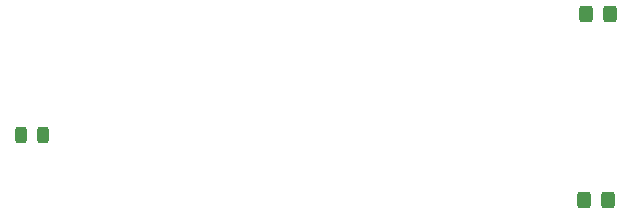
<source format=gbr>
%TF.GenerationSoftware,KiCad,Pcbnew,8.0.3*%
%TF.CreationDate,2024-11-03T20:58:56+01:00*%
%TF.ProjectId,Rev2_RGB2HDMI,52657632-5f52-4474-9232-48444d492e6b,rev?*%
%TF.SameCoordinates,Original*%
%TF.FileFunction,Paste,Top*%
%TF.FilePolarity,Positive*%
%FSLAX46Y46*%
G04 Gerber Fmt 4.6, Leading zero omitted, Abs format (unit mm)*
G04 Created by KiCad (PCBNEW 8.0.3) date 2024-11-03 20:58:56*
%MOMM*%
%LPD*%
G01*
G04 APERTURE LIST*
G04 Aperture macros list*
%AMRoundRect*
0 Rectangle with rounded corners*
0 $1 Rounding radius*
0 $2 $3 $4 $5 $6 $7 $8 $9 X,Y pos of 4 corners*
0 Add a 4 corners polygon primitive as box body*
4,1,4,$2,$3,$4,$5,$6,$7,$8,$9,$2,$3,0*
0 Add four circle primitives for the rounded corners*
1,1,$1+$1,$2,$3*
1,1,$1+$1,$4,$5*
1,1,$1+$1,$6,$7*
1,1,$1+$1,$8,$9*
0 Add four rect primitives between the rounded corners*
20,1,$1+$1,$2,$3,$4,$5,0*
20,1,$1+$1,$4,$5,$6,$7,0*
20,1,$1+$1,$6,$7,$8,$9,0*
20,1,$1+$1,$8,$9,$2,$3,0*%
G04 Aperture macros list end*
%ADD10RoundRect,0.250000X0.325000X0.450000X-0.325000X0.450000X-0.325000X-0.450000X0.325000X-0.450000X0*%
%ADD11RoundRect,0.243750X-0.243750X-0.456250X0.243750X-0.456250X0.243750X0.456250X-0.243750X0.456250X0*%
G04 APERTURE END LIST*
D10*
%TO.C,D2*%
X167025000Y-63750000D03*
X164975000Y-63750000D03*
%TD*%
%TO.C,D1*%
X167225000Y-48000000D03*
X165175000Y-48000000D03*
%TD*%
D11*
%TO.C,D4*%
X117312500Y-58250000D03*
X119187500Y-58250000D03*
%TD*%
M02*

</source>
